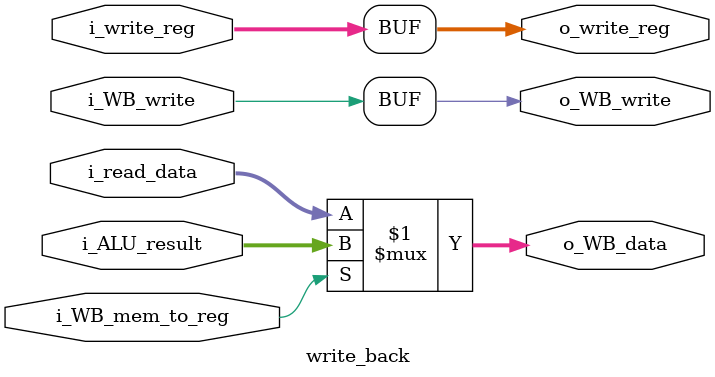
<source format=v>
module write_back (
    input wire [ 4:0] i_write_reg,   // registro de destino donde se escriben los resultados en WB
    input wire [31:0] i_ALU_result,
    input wire [31:0] i_read_data,   // data leida de memoria

    // senales de control (input)
    input wire i_WB_write,  // si 1 la instruccion escribe en el banco de registros
    input wire i_WB_mem_to_reg,  // si 0 guardo el valor de MEM (load) sino el valor de ALU (tipo R)

    // salidas de la etapa
    output wire [4:0] o_write_reg,  // registro de destino donde se escriben los resultados en WB
    output wire [31:0] o_WB_data,  // data que se escribe en el banco de registros
    output wire o_WB_write  // si 1 la instruccion escribe en el banco de registros
);

  assign o_write_reg = i_write_reg;
  assign o_WB_data   = i_WB_mem_to_reg ? i_ALU_result : i_read_data;
  assign o_WB_write  = i_WB_write;

endmodule
</source>
